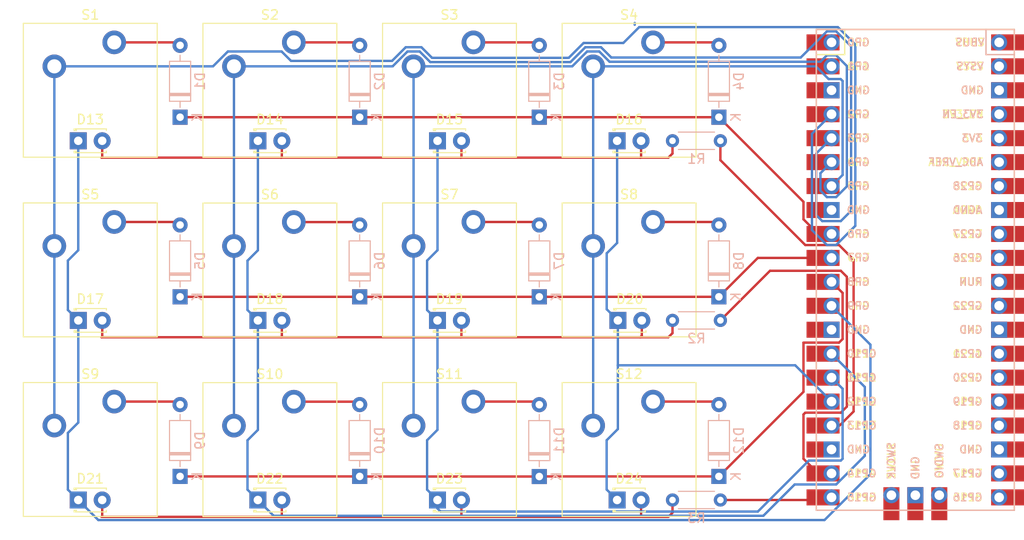
<source format=kicad_pcb>
(kicad_pcb (version 20221018) (generator pcbnew)
  (layers (0 "F.Cu" signal) (31 "B.Cu" signal) (34 "B.Paste" user) (35 "F.Paste" user) (36 "B.SilkS" user "B.Silkscreen") (37 "F.SilkS" user "F.Silkscreen") (38 "B.Mask" user) (39 "F.Mask" user) (44 "Edge.Cuts" user))
  (net 0 "")
  (net 1 "Row 1")
  (net 2 "Net-(D1-A)")
  (net 3 "Net-(D2-A)")
  (net 4 "Net-(D3-A)")
  (net 5 "Net-(D4-A)")
  (net 6 "Row 2")
  (net 7 "Net-(D5-A)")
  (net 8 "Net-(D6-A)")
  (net 9 "Net-(D7-A)")
  (net 10 "Net-(D8-A)")
  (net 11 "Row 3")
  (net 12 "Net-(D9-A)")
  (net 13 "Net-(D10-A)")
  (net 14 "Net-(D11-A)")
  (net 15 "Net-(D12-A)")
  (net 16 "Column 1")
  (net 17 "Column 2")
  (net 18 "Column 3")
  (net 19 "Column 4")
  (net 49 "Column 5")
  (net 50 "Net-(D13-A)")
  (net 51 "Column 6")
  (net 52 "Column 7")
  (net 53 "Column 8")
  (net 54 "Net-(D17-A)")
  (net 55 "Net-(D21-A)")
  (net 56 "Row 4")
  (net 57 "Row 5")
  (net 58 "Row 6")
  (footprint "LED_THT:LED_D1.8mm_W3.3mm_H2.4mm" (layer "F.Cu") (at 77.811226 80.882857)
    (fp_text reference "D22")
    (fp_text value "LED")
  )
  (footprint "ScottoKeebs_MX:MX_PCB_1.00u" (layer "F.Cu") (at 60.03625 75.525)
    (fp_text reference "S9")
    (fp_text value "Keyswitch")
  )
  (footprint "ScottoKeebs_MCU:Raspberry_Pi_Pico" (layer "F.Cu") (at 147.547221 56.475024)
    (fp_text reference "U1" hide)
    (fp_text value "Raspberry_Pi_Pico" hide)
  )
  (footprint "LED_THT:LED_D1.8mm_W3.3mm_H2.4mm" (layer "F.Cu") (at 58.76625 61.832841)
    (fp_text reference "D17")
    (fp_text value "LED")
  )
  (footprint "ScottoKeebs_MX:MX_PCB_1.00u" (layer "F.Cu") (at 79.08625 56.484375)
    (fp_text reference "S6")
    (fp_text value "Keyswitch")
  )
  (footprint "LED_THT:LED_D1.8mm_W3.3mm_H2.4mm" (layer "F.Cu") (at 96.861242 80.882857)
    (fp_text reference "D23")
    (fp_text value "LED")
  )
  (footprint "ScottoKeebs_MX:MX_PCB_1.00u" (layer "F.Cu") (at 79.08625 75.534375)
    (fp_text reference "S10")
    (fp_text value "Keyswitch")
  )
  (footprint "LED_THT:LED_D1.8mm_W3.3mm_H2.4mm" (layer "F.Cu") (at 115.995625 61.832841)
    (fp_text reference "D20")
    (fp_text value "LED")
  )
  (footprint "ScottoKeebs_MX:MX_PCB_1.00u" (layer "F.Cu") (at 60.03625 56.475)
    (fp_text reference "S5")
    (fp_text value "Keyswitch")
  )
  (footprint "ScottoKeebs_MX:MX_PCB_1.00u" (layer "F.Cu") (at 79.08625 37.425)
    (fp_text reference "S2")
    (fp_text value "Keyswitch")
  )
  (footprint "LED_THT:LED_D1.8mm_W3.3mm_H2.4mm" (layer "F.Cu") (at 96.86625 42.782825)
    (fp_text reference "D15")
    (fp_text value "LED")
  )
  (footprint "ScottoKeebs_MX:MX_PCB_1.00u" (layer "F.Cu") (at 117.18625 37.425)
    (fp_text reference "S4")
    (fp_text value "Keyswitch")
  )
  (footprint "ScottoKeebs_MX:MX_PCB_1.00u" (layer "F.Cu") (at 60.03625 37.425)
    (fp_text reference "S1")
    (fp_text value "Keyswitch")
  )
  (footprint "LED_THT:LED_D1.8mm_W3.3mm_H2.4mm" (layer "F.Cu") (at 96.861242 61.832841)
    (fp_text reference "D19")
    (fp_text value "LED")
  )
  (footprint "ScottoKeebs_MX:MX_PCB_1.00u" (layer "F.Cu") (at 98.13625 37.425)
    (fp_text reference "S3")
    (fp_text value "Keyswitch")
  )
  (footprint "LED_THT:LED_D1.8mm_W3.3mm_H2.4mm" (layer "F.Cu") (at 58.76121 80.882857)
    (fp_text reference "D21")
    (fp_text value "LED")
  )
  (footprint "ScottoKeebs_MX:MX_PCB_1.00u" (layer "F.Cu") (at 98.13625 56.475)
    (fp_text reference "S7")
    (fp_text value "Keyswitch")
  )
  (footprint "LED_THT:LED_D1.8mm_W3.3mm_H2.4mm" (layer "F.Cu") (at 77.81625 61.832841)
    (fp_text reference "D18")
    (fp_text value "LED")
  )
  (footprint "LED_THT:LED_D1.8mm_W3.3mm_H2.4mm" (layer "F.Cu") (at 115.91625 42.782825)
    (fp_text reference "D16")
    (fp_text value "LED")
  )
  (footprint "ScottoKeebs_MX:MX_PCB_1.00u" (layer "F.Cu") (at 117.18625 75.525)
    (fp_text reference "S12")
    (fp_text value "Keyswitch")
  )
  (footprint "ScottoKeebs_MX:MX_PCB_1.00u" (layer "F.Cu") (at 117.18625 56.475)
    (fp_text reference "S8")
    (fp_text value "Keyswitch")
  )
  (footprint "LED_THT:LED_D1.8mm_W3.3mm_H2.4mm" (layer "F.Cu") (at 58.76121 42.782825)
    (fp_text reference "D13")
    (fp_text value "LED")
  )
  (footprint "ScottoKeebs_MX:MX_PCB_1.00u" (layer "F.Cu") (at 98.13625 75.525)
    (fp_text reference "S11")
    (fp_text value "Keyswitch")
  )
  (footprint "LED_THT:LED_D1.8mm_W3.3mm_H2.4mm" (layer "F.Cu") (at 115.91625 80.882857)
    (fp_text reference "D24")
    (fp_text value "LED")
  )
  (footprint "LED_THT:LED_D1.8mm_W3.3mm_H2.4mm" (layer "F.Cu") (at 77.81625 42.782825)
    (fp_text reference "D14")
    (fp_text value "LED")
  )
  (footprint "ScottoKeebs_Components:Diode_DO-35" (layer "B.Cu") (at 126.71125 40.2825 90)
    (fp_text reference "D4")
    (fp_text value "Diode")
  )
  (footprint "ScottoKeebs_Components:Diode_DO-35" (layer "B.Cu") (at 107.66125 40.2825 90)
    (fp_text reference "D3")
    (fp_text value "Diode")
  )
  (footprint "ScottoKeebs_Components:Diode_DO-35" (layer "B.Cu") (at 69.56125 59.3325 90)
    (fp_text reference "D5")
    (fp_text value "Diode")
  )
  (footprint "Resistor_THT:R_Axial_DIN0204_L3.6mm_D1.6mm_P5.08mm_Horizontal" (layer "B.Cu") (at 121.790014 80.882857)
    (fp_text reference "R3")
    (fp_text value "R")
  )
  (footprint "ScottoKeebs_Components:Diode_DO-35" (layer "B.Cu") (at 69.56125 78.3825 90)
    (fp_text reference "D9")
    (fp_text value "Diode")
  )
  (footprint "ScottoKeebs_Components:Diode_DO-35" (layer "B.Cu") (at 88.61125 59.3325 90)
    (fp_text reference "D6")
    (fp_text value "Diode")
  )
  (footprint "Resistor_THT:R_Axial_DIN0204_L3.6mm_D1.6mm_P5.08mm_Horizontal" (layer "B.Cu") (at 121.790014 61.832841)
    (fp_text reference "R2")
    (fp_text value "R")
  )
  (footprint "Resistor_THT:R_Axial_DIN0204_L3.6mm_D1.6mm_P5.08mm_Horizontal" (layer "B.Cu") (at 121.790014 42.782825)
    (fp_text reference "R1")
    (fp_text value "R")
  )
  (footprint "ScottoKeebs_Components:Diode_DO-35" (layer "B.Cu") (at 88.61125 78.3825 90)
    (fp_text reference "D10")
    (fp_text value "Diode")
  )
  (footprint "ScottoKeebs_Components:Diode_DO-35" (layer "B.Cu") (at 69.56125 40.2825 90)
    (fp_text reference "D1")
    (fp_text value "Diode")
  )
  (footprint "ScottoKeebs_Components:Diode_DO-35" (layer "B.Cu") (at 126.71125 78.3825 90)
    (fp_text reference "D12")
    (fp_text value "Diode")
  )
  (footprint "ScottoKeebs_Components:Diode_DO-35" (layer "B.Cu") (at 126.71125 59.3325 90)
    (fp_text reference "D8")
    (fp_text value "Diode")
  )
  (footprint "ScottoKeebs_Components:Diode_DO-35" (layer "B.Cu") (at 88.61125 40.2825 90)
    (fp_text reference "D2")
    (fp_text value "Diode")
  )
  (footprint "ScottoKeebs_Components:Diode_DO-35" (layer "B.Cu") (at 107.66125 59.3325 90)
    (fp_text reference "D7")
    (fp_text value "Diode")
  )
  (footprint "ScottoKeebs_Components:Diode_DO-35" (layer "B.Cu") (at 107.66125 78.391875 90)
    (fp_text reference "D11")
    (fp_text value "Diode")
  )
  (segment (start 135.682221 51.109644) (end 137.237601 52.665024) (width 0.25) (layer "F.Cu") (net 1))
  (segment (start 107.66125 40.2825) (end 88.61125 40.2825) (width 0.25) (layer "F.Cu") (net 1))
  (segment (start 126.71125 40.2825) (end 135.682221 49.253471) (width 0.25) (layer "F.Cu") (net 1))
  (segment (start 135.682221 49.253471) (end 135.682221 51.109644) (width 0.25) (layer "F.Cu") (net 1))
  (segment (start 69.56125 40.2825) (end 88.61125 40.2825) (width 0.25) (layer "F.Cu") (net 1))
  (segment (start 107.66125 40.2825) (end 126.71125 40.2825) (width 0.25) (layer "F.Cu") (net 1))
  (segment (start 137.237601 52.665024) (end 138.657221 52.665024) (width 0.25) (layer "F.Cu") (net 1))
  (segment (start 62.57625 32.345) (end 69.24375 32.345) (width 0.25) (layer "F.Cu") (net 2))
  (segment (start 69.24375 32.345) (end 69.56125 32.6625) (width 0.25) (layer "F.Cu") (net 2))
  (segment (start 88.29375 32.345) (end 88.61125 32.6625) (width 0.25) (layer "F.Cu") (net 3))
  (segment (start 81.62625 32.345) (end 88.29375 32.345) (width 0.25) (layer "F.Cu") (net 3))
  (segment (start 100.67625 32.345) (end 107.34375 32.345) (width 0.25) (layer "F.Cu") (net 4))
  (segment (start 107.34375 32.345) (end 107.66125 32.6625) (width 0.25) (layer "F.Cu") (net 4))
  (segment (start 126.39375 32.345) (end 126.71125 32.6625) (width 0.25) (layer "F.Cu") (net 5))
  (segment (start 119.72625 32.345) (end 126.39375 32.345) (width 0.25) (layer "F.Cu") (net 5))
  (segment (start 88.61125 59.3325) (end 107.66125 59.3325) (width 0.25) (layer "F.Cu") (net 6))
  (segment (start 130.838726 55.205024) (end 138.657221 55.205024) (width 0.25) (layer "F.Cu") (net 6))
  (segment (start 69.56125 59.3325) (end 88.61125 59.3325) (width 0.25) (layer "F.Cu") (net 6))
  (segment (start 126.71125 59.3325) (end 130.838726 55.205024) (width 0.25) (layer "F.Cu") (net 6))
  (segment (start 107.66125 59.3325) (end 126.71125 59.3325) (width 0.25) (layer "F.Cu") (net 6))
  (segment (start 69.24375 51.395) (end 69.56125 51.7125) (width 0.25) (layer "F.Cu") (net 7))
  (segment (start 62.57625 51.395) (end 69.24375 51.395) (width 0.25) (layer "F.Cu") (net 7))
  (segment (start 81.62625 51.404375) (end 88.303125 51.404375) (width 0.25) (layer "F.Cu") (net 8))
  (segment (start 88.303125 51.404375) (end 88.61125 51.7125) (width 0.25) (layer "F.Cu") (net 8))
  (segment (start 100.67625 51.395) (end 107.34375 51.395) (width 0.25) (layer "F.Cu") (net 9))
  (segment (start 107.34375 51.395) (end 107.66125 51.7125) (width 0.25) (layer "F.Cu") (net 9))
  (segment (start 119.72625 51.395) (end 126.39375 51.395) (width 0.25) (layer "F.Cu") (net 10))
  (segment (start 126.39375 51.395) (end 126.71125 51.7125) (width 0.25) (layer "F.Cu") (net 10))
  (segment (start 135.682221 64.190404) (end 139.451461 64.190404) (width 0.25) (layer "F.Cu") (net 11))
  (segment (start 88.620625 78.391875) (end 88.61125 78.3825) (width 0.25) (layer "F.Cu") (net 11))
  (segment (start 135.682221 69.411529) (end 135.682221 64.190404) (width 0.25) (layer "F.Cu") (net 11))
  (segment (start 139.832221 63.809644) (end 139.832221 58.920024) (width 0.25) (layer "F.Cu") (net 11))
  (segment (start 139.451461 64.190404) (end 139.832221 63.809644) (width 0.25) (layer "F.Cu") (net 11))
  (segment (start 107.670625 78.3825) (end 107.66125 78.391875) (width 0.25) (layer "F.Cu") (net 11))
  (segment (start 126.71125 78.3825) (end 135.682221 69.411529) (width 0.25) (layer "F.Cu") (net 11))
  (segment (start 107.66125 78.391875) (end 88.620625 78.391875) (width 0.25) (layer "F.Cu") (net 11))
  (segment (start 126.71125 78.3825) (end 107.670625 78.3825) (width 0.25) (layer "F.Cu") (net 11))
  (segment (start 88.61125 78.3825) (end 69.56125 78.3825) (width 0.25) (layer "F.Cu") (net 11))
  (segment (start 139.832221 58.920024) (end 138.657221 57.745024) (width 0.25) (layer "F.Cu") (net 11))
  (segment (start 69.24375 70.445) (end 69.56125 70.7625) (width 0.25) (layer "F.Cu") (net 12))
  (segment (start 62.57625 70.445) (end 69.24375 70.445) (width 0.25) (layer "F.Cu") (net 12))
  (segment (start 88.303125 70.454375) (end 88.61125 70.7625) (width 0.25) (layer "F.Cu") (net 13))
  (segment (start 81.62625 70.454375) (end 88.303125 70.454375) (width 0.25) (layer "F.Cu") (net 13))
  (segment (start 100.67625 70.445) (end 107.334375 70.445) (width 0.25) (layer "F.Cu") (net 14))
  (segment (start 107.334375 70.445) (end 107.66125 70.771875) (width 0.25) (layer "F.Cu") (net 14))
  (segment (start 119.72625 70.445) (end 126.39375 70.445) (width 0.25) (layer "F.Cu") (net 15))
  (segment (start 126.39375 70.445) (end 126.71125 70.7625) (width 0.25) (layer "F.Cu") (net 15))
  (segment (start 92.044432 34.309762) (end 93.494194 32.86) (width 0.25) (layer "B.Cu") (net 16))
  (segment (start 141.182221 32.573574) (end 141.182221 51.800078) (width 0.25) (layer "B.Cu") (net 16))
  (segment (start 139.146931 53.835368) (end 138.167511 53.835368) (width 0.25) (layer "B.Cu") (net 16))
  (segment (start 73.05559 34.885) (end 74.63059 33.31) (width 0.25) (layer "B.Cu") (net 16))
  (segment (start 56.22625 34.885) (end 73.05559 34.885) (width 0.25) (layer "B.Cu") (net 16))
  (segment (start 136.582221 42.040024) (end 138.657221 39.965024) (width 0.25) (layer "B.Cu") (net 16))
  (segment (start 136.582221 52.250078) (end 136.582221 42.040024) (width 0.25) (layer "B.Cu") (net 16))
  (segment (start 116.574642 32.41) (end 118.259962 30.72468) (width 0.25) (layer "B.Cu") (net 16))
  (segment (start 74.63059 33.31) (end 80.329035 33.31) (width 0.25) (layer "B.Cu") (net 16))
  (segment (start 56.22625 53.935) (end 56.22625 72.985) (width 0.25) (layer "B.Cu") (net 16))
  (segment (start 81.328797 34.309762) (end 92.044432 34.309762) (width 0.25) (layer "B.Cu") (net 16))
  (segment (start 96.283306 33.985) (end 110.782798 33.985) (width 0.25) (layer "B.Cu") (net 16))
  (segment (start 56.22625 34.885) (end 56.22625 53.935) (width 0.25) (layer "B.Cu") (net 16))
  (segment (start 95.158306 32.86) (end 96.283306 33.985) (width 0.25) (layer "B.Cu") (net 16))
  (segment (start 138.167511 53.835368) (end 136.582221 52.250078) (width 0.25) (layer "B.Cu") (net 16))
  (segment (start 110.782798 33.985) (end 112.357798 32.41) (width 0.25) (layer "B.Cu") (net 16))
  (segment (start 112.357798 32.41) (end 116.574642 32.41) (width 0.25) (layer "B.Cu") (net 16))
  (segment (start 139.333327 30.72468) (end 141.182221 32.573574) (width 0.25) (layer "B.Cu") (net 16))
  (segment (start 141.182221 51.800078) (end 139.146931 53.835368) (width 0.25) (layer "B.Cu") (net 16))
  (segment (start 93.494194 32.86) (end 95.158306 32.86) (width 0.25) (layer "B.Cu") (net 16))
  (segment (start 80.329035 33.31) (end 81.328797 34.309762) (width 0.25) (layer "B.Cu") (net 16))
  (segment (start 118.259962 30.72468) (end 139.333327 30.72468) (width 0.25) (layer "B.Cu") (net 16))
  (segment (start 96.09691 34.435) (end 110.969194 34.435) (width 0.25) (layer "B.Cu") (net 17))
  (segment (start 139.641841 51.300024) (end 137.672601 51.300024) (width 0.25) (layer "B.Cu") (net 17))
  (segment (start 137.672601 51.300024) (end 137.032221 50.659644) (width 0.25) (layer "B.Cu") (net 17))
  (segment (start 75.27625 34.885) (end 92.10559 34.885) (width 0.25) (layer "B.Cu") (net 17))
  (segment (start 139.146931 31.17468) (end 140.732221 32.75997) (width 0.25) (layer "B.Cu") (net 17))
  (segment (start 115.298276 33.94997) (end 135.392221 33.94997) (width 0.25) (layer "B.Cu") (net 17))
  (segment (start 94.97191 33.31) (end 96.09691 34.435) (width 0.25) (layer "B.Cu") (net 17))
  (segment (start 135.392221 33.94997) (end 138.167511 31.17468) (width 0.25) (layer "B.Cu") (net 17))
  (segment (start 75.27625 53.944375) (end 75.27625 72.994375) (width 0.25) (layer "B.Cu") (net 17))
  (segment (start 140.732221 32.75997) (end 140.732221 50.209644) (width 0.25) (layer "B.Cu") (net 17))
  (segment (start 92.10559 34.885) (end 93.68059 33.31) (width 0.25) (layer "B.Cu") (net 17))
  (segment (start 137.032221 50.659644) (end 137.032221 44.130024) (width 0.25) (layer "B.Cu") (net 17))
  (segment (start 93.68059 33.31) (end 94.97191 33.31) (width 0.25) (layer "B.Cu") (net 17))
  (segment (start 112.544194 32.86) (end 114.208306 32.86) (width 0.25) (layer "B.Cu") (net 17))
  (segment (start 75.27625 34.885) (end 75.27625 53.944375) (width 0.25) (layer "B.Cu") (net 17))
  (segment (start 110.969194 34.435) (end 112.544194 32.86) (width 0.25) (layer "B.Cu") (net 17))
  (segment (start 138.167511 31.17468) (end 139.146931 31.17468) (width 0.25) (layer "B.Cu") (net 17))
  (segment (start 140.732221 50.209644) (end 139.641841 51.300024) (width 0.25) (layer "B.Cu") (net 17))
  (segment (start 114.208306 32.86) (end 115.298276 33.94997) (width 0.25) (layer "B.Cu") (net 17))
  (segment (start 137.032221 44.130024) (end 138.657221 42.505024) (width 0.25) (layer "B.Cu") (net 17))
  (segment (start 139.146931 33.71468) (end 140.282221 34.84997) (width 0.25) (layer "B.Cu") (net 18))
  (segment (start 137.482221 34.39997) (end 138.167511 33.71468) (width 0.25) (layer "B.Cu") (net 18))
  (segment (start 137.482221 48.070078) (end 137.482221 46.220024) (width 0.25) (layer "B.Cu") (net 18))
  (segment (start 94.32625 53.935) (end 94.32625 72.985) (width 0.25) (layer "B.Cu") (net 18))
  (segment (start 140.282221 34.84997) (end 140.282221 47.620078) (width 0.25) (layer "B.Cu") (net 18))
  (segment (start 138.167511 33.71468) (end 139.146931 33.71468) (width 0.25) (layer "B.Cu") (net 18))
  (segment (start 94.32625 34.885) (end 111.15559 34.885) (width 0.25) (layer "B.Cu") (net 18))
  (segment (start 139.146931 48.755368) (end 138.167511 48.755368) (width 0.25) (layer "B.Cu") (net 18))
  (segment (start 114.02191 33.31) (end 115.11188 34.39997) (width 0.25) (layer "B.Cu") (net 18))
  (segment (start 115.11188 34.39997) (end 137.482221 34.39997) (width 0.25) (layer "B.Cu") (net 18))
  (segment (start 94.32625 34.885) (end 94.32625 53.935) (width 0.25) (layer "B.Cu") (net 18))
  (segment (start 138.167511 48.755368) (end 137.482221 48.070078) (width 0.25) (layer "B.Cu") (net 18))
  (segment (start 140.282221 47.620078) (end 139.146931 48.755368) (width 0.25) (layer "B.Cu") (net 18))
  (segment (start 112.73059 33.31) (end 114.02191 33.31) (width 0.25) (layer "B.Cu") (net 18))
  (segment (start 137.482221 46.220024) (end 138.657221 45.045024) (width 0.25) (layer "B.Cu") (net 18))
  (segment (start 111.15559 34.885) (end 112.73059 33.31) (width 0.25) (layer "B.Cu") (net 18))
  (segment (start 113.37625 34.885) (end 113.37625 53.935) (width 0.25) (layer "B.Cu") (net 19))
  (segment (start 138.346525 36.234382) (end 139.626199 36.234382) (width 0.25) (layer "B.Cu") (net 19))
  (segment (start 117.781571 30.479679) (end 117.781571 30.281252) (width 0.25) (layer "B.Cu") (net 19))
  (segment (start 139.832221 46.410024) (end 138.657221 47.585024) (width 0.25) (layer "B.Cu") (net 19))
  (segment (start 136.997143 34.885) (end 138.346525 36.234382) (width 0.25) (layer "B.Cu") (net 19))
  (segment (start 113.37625 53.935) (end 113.37625 72.985) (width 0.25) (layer "B.Cu") (net 19))
  (segment (start 139.626199 36.234382) (end 139.832221 36.440404) (width 0.25) (layer "B.Cu") (net 19))
  (segment (start 113.37625 34.885) (end 136.997143 34.885) (width 0.25) (layer "B.Cu") (net 19))
  (segment (start 139.832221 36.440404) (end 139.832221 46.410024) (width 0.25) (layer "B.Cu") (net 19))
  (segment (start 57.66125 79.782897) (end 58.76121 80.882857) (width 0.25) (layer "B.Cu") (net 49))
  (segment (start 60.88621 83.007857) (end 137.914442 83.007857) (width 0.25) (layer "B.Cu") (net 49))
  (segment (start 57.66125 55.491243) (end 57.66125 60.727841) (width 0.25) (layer "B.Cu") (net 49))
  (segment (start 57.66125 60.727841) (end 58.76625 61.832841) (width 0.25) (layer "B.Cu") (net 49))
  (segment (start 58.76121 54.391283) (end 57.66125 55.491243) (width 0.25) (layer "B.Cu") (net 49))
  (segment (start 58.76625 61.832841) (end 58.76625 72.66566) (width 0.25) (layer "B.Cu") (net 49))
  (segment (start 142.784717 78.137582) (end 142.784717 64.41252) (width 0.25) (layer "B.Cu") (net 49))
  (segment (start 58.76625 72.66566) (end 57.66125 73.77066) (width 0.25) (layer "B.Cu") (net 49))
  (segment (start 142.784717 64.41252) (end 138.657221 60.285024) (width 0.25) (layer "B.Cu") (net 49))
  (segment (start 58.76121 42.782825) (end 58.76121 54.391283) (width 0.25) (layer "B.Cu") (net 49))
  (segment (start 57.66125 73.77066) (end 57.66125 79.782897) (width 0.25) (layer "B.Cu") (net 49))
  (segment (start 137.914442 83.007857) (end 142.784717 78.137582) (width 0.25) (layer "B.Cu") (net 49))
  (segment (start 58.76121 80.882857) (end 60.88621 83.007857) (width 0.25) (layer "B.Cu") (net 49))
  (segment (start 118.376884 44.568764) (end 99.326868 44.568764) (width 0.25) (layer "F.Cu") (net 50))
  (segment (start 121.353449 44.568764) (end 118.376884 44.568764) (width 0.25) (layer "F.Cu") (net 50))
  (segment (start 80.35625 42.782825) (end 80.35625 44.489366) (width 0.25) (layer "F.Cu") (net 50))
  (segment (start 118.45625 44.489398) (end 118.376884 44.568764) (width 0.25) (layer "F.Cu") (net 50))
  (segment (start 121.790014 44.132199) (end 121.353449 44.568764) (width 0.25) (layer "F.Cu") (net 50))
  (segment (start 80.276852 44.568764) (end 61.226836 44.568764) (width 0.25) (layer "F.Cu") (net 50))
  (segment (start 80.35625 44.489366) (end 80.276852 44.568764) (width 0.25) (layer "F.Cu") (net 50))
  (segment (start 121.790014 42.782825) (end 121.790014 44.132199) (width 0.25) (layer "F.Cu") (net 50))
  (segment (start 99.326868 44.568764) (end 80.276852 44.568764) (width 0.25) (layer "F.Cu") (net 50))
  (segment (start 99.40625 42.782825) (end 99.40625 44.489382) (width 0.25) (layer "F.Cu") (net 50))
  (segment (start 61.226836 44.568764) (end 61.30121 44.49439) (width 0.25) (layer "F.Cu") (net 50))
  (segment (start 118.45625 42.782825) (end 118.45625 44.489398) (width 0.25) (layer "F.Cu") (net 50))
  (segment (start 61.30121 44.49439) (end 61.30121 42.782825) (width 0.25) (layer "F.Cu") (net 50))
  (segment (start 99.40625 44.489382) (end 99.326868 44.568764) (width 0.25) (layer "F.Cu") (net 50))
  (segment (start 77.81625 61.832841) (end 77.81625 73.445618) (width 0.25) (layer "B.Cu") (net 51))
  (segment (start 77.811226 80.882857) (end 79.486226 82.557857) (width 0.25) (layer "B.Cu") (net 51))
  (segment (start 142.189404 68.897207) (end 138.657221 65.365024) (width 0.25) (layer "B.Cu") (net 51))
  (segment (start 76.71125 60.727841) (end 77.81625 61.832841) (width 0.25) (layer "B.Cu") (net 51))
  (segment (start 76.71125 74.550618) (end 76.71125 79.782881) (width 0.25) (layer "B.Cu") (net 51))
  (segment (start 131.423754 82.557857) (end 134.746243 79.235368) (width 0.25) (layer "B.Cu") (net 51))
  (segment (start 77.81625 54.395618) (end 76.71125 55.500618) (width 0.25) (layer "B.Cu") (net 51))
  (segment (start 76.71125 55.500618) (end 76.71125 60.727841) (width 0.25) (layer "B.Cu") (net 51))
  (segment (start 139.146931 79.235368) (end 142.189404 76.192895) (width 0.25) (layer "B.Cu") (net 51))
  (segment (start 79.486226 82.557857) (end 131.423754 82.557857) (width 0.25) (layer "B.Cu") (net 51))
  (segment (start 77.81625 73.445618) (end 76.71125 74.550618) (width 0.25) (layer "B.Cu") (net 51))
  (segment (start 134.746243 79.235368) (end 139.146931 79.235368) (width 0.25) (layer "B.Cu") (net 51))
  (segment (start 142.189404 76.192895) (end 142.189404 68.897207) (width 0.25) (layer "B.Cu") (net 51))
  (segment (start 76.71125 79.782881) (end 77.811226 80.882857) (width 0.25) (layer "B.Cu") (net 51))
  (segment (start 77.81625 42.782825) (end 77.81625 54.395618) (width 0.25) (layer "B.Cu") (net 51))
  (segment (start 96.86625 54.386243) (end 95.76125 55.491243) (width 0.25) (layer "B.Cu") (net 52))
  (segment (start 96.86625 42.782825) (end 96.86625 54.386243) (width 0.25) (layer "B.Cu") (net 52))
  (segment (start 95.76125 79.782865) (end 96.861242 80.882857) (width 0.25) (layer "B.Cu") (net 52))
  (segment (start 136.251916 76.700024) (end 139.641841 76.700024) (width 0.25) (layer "B.Cu") (net 52))
  (segment (start 96.861242 81.782857) (end 97.186242 82.107857) (width 0.25) (layer "B.Cu") (net 52))
  (segment (start 95.76125 55.491243) (end 95.76125 60.732849) (width 0.25) (layer "B.Cu") (net 52))
  (segment (start 96.861242 80.882857) (end 96.861242 81.782857) (width 0.25) (layer "B.Cu") (net 52))
  (segment (start 139.832221 69.080024) (end 138.657221 67.905024) (width 0.25) (layer "B.Cu") (net 52))
  (segment (start 96.861242 61.832841) (end 96.861242 73.441251) (width 0.25) (layer "B.Cu") (net 52))
  (segment (start 96.861242 73.441251) (end 95.76125 74.541243) (width 0.25) (layer "B.Cu") (net 52))
  (segment (start 95.76125 74.541243) (end 95.76125 79.782865) (width 0.25) (layer "B.Cu") (net 52))
  (segment (start 139.641841 76.700024) (end 139.832221 76.509644) (width 0.25) (layer "B.Cu") (net 52))
  (segment (start 139.832221 76.509644) (end 139.832221 69.080024) (width 0.25) (layer "B.Cu") (net 52))
  (segment (start 95.76125 60.732849) (end 96.861242 61.832841) (width 0.25) (layer "B.Cu") (net 52))
  (segment (start 97.186242 82.107857) (end 130.844083 82.107857) (width 0.25) (layer "B.Cu") (net 52))
  (segment (start 130.844083 82.107857) (end 136.251916 76.700024) (width 0.25) (layer "B.Cu") (net 52))
  (segment (start 114.805006 74.547487) (end 114.805006 79.771613) (width 0.25) (layer "B.Cu") (net 53))
  (segment (start 115.995625 66.595345) (end 115.995625 73.356868) (width 0.25) (layer "B.Cu") (net 53))
  (segment (start 115.995625 66.595345) (end 134.807542 66.595345) (width 0.25) (layer "B.Cu") (net 53))
  (segment (start 115.995625 61.832841) (end 115.995625 66.595345) (width 0.25) (layer "B.Cu") (net 53))
  (segment (start 114.81125 60.648466) (end 115.995625 61.832841) (width 0.25) (layer "B.Cu") (net 53))
  (segment (start 115.995625 73.356868) (end 114.805006 74.547487) (width 0.25) (layer "B.Cu") (net 53))
  (segment (start 115.91625 53.61566) (end 114.81125 54.72066) (width 0.25) (layer "B.Cu") (net 53))
  (segment (start 115.91625 42.782825) (end 115.91625 53.61566) (width 0.25) (layer "B.Cu") (net 53))
  (segment (start 114.805006 79.771613) (end 115.91625 80.882857) (width 0.25) (layer "B.Cu") (net 53))
  (segment (start 114.81125 54.72066) (end 114.81125 60.648466) (width 0.25) (layer "B.Cu") (net 53))
  (segment (start 134.807542 66.595345) (end 138.657221 70.445024) (width 0.25) (layer "B.Cu") (net 53))
  (segment (start 118.535625 61.832841) (end 118.535625 63.460039) (width 0.25) (layer "F.Cu") (net 54))
  (segment (start 61.30625 63.539366) (end 61.30625 61.832841) (width 0.25) (layer "F.Cu") (net 54))
  (segment (start 121.353449 63.61878) (end 118.376884 63.61878) (width 0.25) (layer "F.Cu") (net 54))
  (segment (start 121.790014 61.832841) (end 121.790014 63.182215) (width 0.25) (layer "F.Cu") (net 54))
  (segment (start 99.326868 63.61878) (end 80.276852 63.61878) (width 0.25) (layer "F.Cu") (net 54))
  (segment (start 118.376884 63.61878) (end 99.326868 63.61878) (width 0.25) (layer "F.Cu") (net 54))
  (segment (start 99.401242 63.544406) (end 99.326868 63.61878) (width 0.25) (layer "F.Cu") (net 54))
  (segment (start 61.226836 63.61878) (end 61.30625 63.539366) (width 0.25) (layer "F.Cu") (net 54))
  (segment (start 80.276852 63.61878) (end 61.226836 63.61878) (width 0.25) (layer "F.Cu") (net 54))
  (segment (start 99.401242 61.832841) (end 99.401242 63.544406) (width 0.25) (layer "F.Cu") (net 54))
  (segment (start 121.790014 63.182215) (end 121.353449 63.61878) (width 0.25) (layer "F.Cu") (net 54))
  (segment (start 118.535625 63.460039) (end 118.376884 63.61878) (width 0.25) (layer "F.Cu") (net 54))
  (segment (start 80.35625 61.832841) (end 80.35625 63.539382) (width 0.25) (layer "F.Cu") (net 54))
  (segment (start 80.35625 63.539382) (end 80.276852 63.61878) (width 0.25) (layer "F.Cu") (net 54))
  (segment (start 118.376884 82.668796) (end 99.326868 82.668796) (width 0.25) (layer "F.Cu") (net 55))
  (segment (start 118.45625 82.58943) (end 118.376884 82.668796) (width 0.25) (layer "F.Cu") (net 55))
  (segment (start 121.790014 80.882857) (end 121.790014 82.232231) (width 0.25) (layer "F.Cu") (net 55))
  (segment (start 61.226836 82.668796) (end 61.30121 82.594422) (width 0.25) (layer "F.Cu") (net 55))
  (segment (start 80.276852 82.668796) (end 61.226836 82.668796) (width 0.25) (layer "F.Cu") (net 55))
  (segment (start 121.790014 82.232231) (end 121.353449 82.668796) (width 0.25) (layer "F.Cu") (net 55))
  (segment (start 99.326868 82.668796) (end 80.276852 82.668796) (width 0.25) (layer "F.Cu") (net 55))
  (segment (start 99.401242 80.882857) (end 99.401242 82.594422) (width 0.25) (layer "F.Cu") (net 55))
  (segment (start 80.276852 82.668796) (end 80.351226 82.594422) (width 0.25) (layer "F.Cu") (net 55))
  (segment (start 121.353449 82.668796) (end 118.535616 82.668796) (width 0.25) (layer "F.Cu") (net 55))
  (segment (start 118.535616 82.668796) (end 118.45625 82.58943) (width 0.25) (layer "F.Cu") (net 55))
  (segment (start 61.30121 82.594422) (end 61.30121 80.882857) (width 0.25) (layer "F.Cu") (net 55))
  (segment (start 80.351226 82.594422) (end 80.351226 80.882857) (width 0.25) (layer "F.Cu") (net 55))
  (segment (start 118.45625 80.882857) (end 118.45625 82.58943) (width 0.25) (layer "F.Cu") (net 55))
  (segment (start 99.401242 82.594422) (end 99.326868 82.668796) (width 0.25) (layer "F.Cu") (net 55))
  (segment (start 139.507221 72.985024) (end 138.657221 72.985024) (width 0.25) (layer "F.Cu") (net 56))
  (segment (start 126.870014 44.837437) (end 135.872601 53.840024) (width 0.25) (layer "F.Cu") (net 56))
  (segment (start 135.872601 53.840024) (end 139.451841 53.840024) (width 0.25) (layer "F.Cu") (net 56))
  (segment (start 140.998778 71.493467) (end 139.507221 72.985024) (width 0.25) (layer "F.Cu") (net 56))
  (segment (start 139.451841 53.840024) (end 140.998778 55.386961) (width 0.25) (layer "F.Cu") (net 56))
  (segment (start 140.998778 55.386961) (end 140.998778 71.493467) (width 0.25) (layer "F.Cu") (net 56))
  (segment (start 126.870014 42.782825) (end 126.870014 44.837437) (width 0.25) (layer "F.Cu") (net 56))
  (segment (start 139.641841 56.570024) (end 140.282221 57.210404) (width 0.25) (layer "F.Cu") (net 57))
  (segment (start 140.282221 57.210404) (end 140.282221 70.979644) (width 0.25) (layer "F.Cu") (net 57))
  (segment (start 126.870014 61.832841) (end 132.132831 56.570024) (width 0.25) (layer "F.Cu") (net 57))
  (segment (start 135.682221 76.509644) (end 137.237601 78.065024) (width 0.25) (layer "F.Cu") (net 57))
  (segment (start 137.237601 78.065024) (end 138.657221 78.065024) (width 0.25) (layer "F.Cu") (net 57))
  (segment (start 132.132831 56.570024) (end 139.641841 56.570024) (width 0.25) (layer "F.Cu") (net 57))
  (segment (start 140.282221 70.979644) (end 139.641841 71.620024) (width 0.25) (layer "F.Cu") (net 57))
  (segment (start 135.682221 71.810404) (end 135.682221 76.509644) (width 0.25) (layer "F.Cu") (net 57))
  (segment (start 139.641841 71.620024) (end 135.872601 71.620024) (width 0.25) (layer "F.Cu") (net 57))
  (segment (start 135.872601 71.620024) (end 135.682221 71.810404) (width 0.25) (layer "F.Cu") (net 57))
  (segment (start 138.379388 80.882857) (end 138.657221 80.605024) (width 0.25) (layer "F.Cu") (net 58))
  (segment (start 126.870014 80.882857) (end 138.379388 80.882857) (width 0.25) (layer "F.Cu") (net 58))
)
</source>
